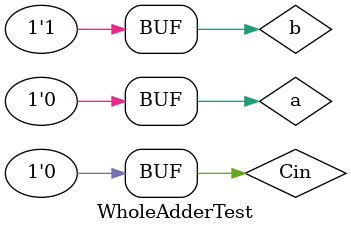
<source format=v>
`timescale 1ns / 1ps


module WholeAdderTest;

	// Inputs
	reg a;
	reg b;
	reg Cin;
	
	wire S;
	wire C;
	

	// Instantiate the Unit Under Test (UUT)
	WholeAdder uut (
		.S(S),
		.C(C),
		.a(a), 
		.b(b), 
		.Cin(Cin)
	);

	initial begin
		// Initialize Inputs
		a = 0;
		b = 1;
		Cin = 0;

		// Wait 100 ns for global reset to finish
		#100;
        
		// Add stimulus here

	end
      
endmodule


</source>
